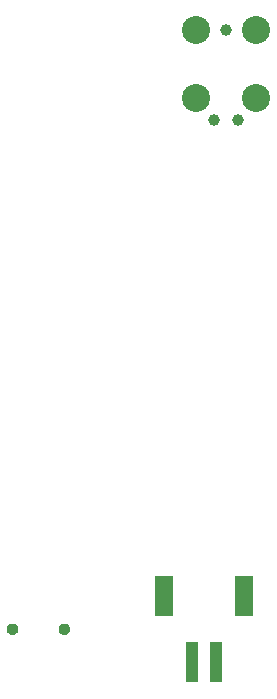
<source format=gbr>
%TF.GenerationSoftware,KiCad,Pcbnew,(5.99.0-10506-gb986797469)*%
%TF.CreationDate,2021-06-03T16:00:04+02:00*%
%TF.ProjectId,quadkey,71756164-6b65-4792-9e6b-696361645f70,rev?*%
%TF.SameCoordinates,Original*%
%TF.FileFunction,Soldermask,Bot*%
%TF.FilePolarity,Negative*%
%FSLAX46Y46*%
G04 Gerber Fmt 4.6, Leading zero omitted, Abs format (unit mm)*
G04 Created by KiCad (PCBNEW (5.99.0-10506-gb986797469)) date 2021-06-03 16:00:04*
%MOMM*%
%LPD*%
G01*
G04 APERTURE LIST*
%ADD10C,0.010000*%
%ADD11C,0.910000*%
%ADD12C,2.374900*%
%ADD13C,0.990600*%
%ADD14R,1.000000X3.500000*%
%ADD15R,1.500000X3.400000*%
G04 APERTURE END LIST*
D10*
%TO.C,con1*%
X96282900Y-113434600D02*
X96276100Y-113356500D01*
X96276100Y-113356500D02*
X96255800Y-113280700D01*
X96255800Y-113280700D02*
X96222600Y-113209600D01*
X96222600Y-113209600D02*
X96177600Y-113145300D01*
X96177600Y-113145300D02*
X96122200Y-113089900D01*
X96122200Y-113089900D02*
X96057900Y-113044900D01*
X96057900Y-113044900D02*
X95986800Y-113011700D01*
X95986800Y-113011700D02*
X95911000Y-112991400D01*
X95911000Y-112991400D02*
X95832900Y-112984600D01*
X95832900Y-112984600D02*
X95754800Y-112991400D01*
X95754800Y-112991400D02*
X95679000Y-113011700D01*
X95679000Y-113011700D02*
X95607900Y-113044900D01*
X95607900Y-113044900D02*
X95543600Y-113089900D01*
X95543600Y-113089900D02*
X95488200Y-113145300D01*
X95488200Y-113145300D02*
X95443200Y-113209600D01*
X95443200Y-113209600D02*
X95410000Y-113280700D01*
X95410000Y-113280700D02*
X95389700Y-113356500D01*
X95389700Y-113356500D02*
X95382900Y-113434600D01*
X95382900Y-113434600D02*
X95389700Y-113512700D01*
X95389700Y-113512700D02*
X95410000Y-113588500D01*
X95410000Y-113588500D02*
X95443200Y-113659600D01*
X95443200Y-113659600D02*
X95488200Y-113723900D01*
X95488200Y-113723900D02*
X95543600Y-113779300D01*
X95543600Y-113779300D02*
X95607900Y-113824300D01*
X95607900Y-113824300D02*
X95679000Y-113857500D01*
X95679000Y-113857500D02*
X95754800Y-113877800D01*
X95754800Y-113877800D02*
X95832900Y-113884600D01*
X95832900Y-113884600D02*
X95911000Y-113877800D01*
X95911000Y-113877800D02*
X95986800Y-113857500D01*
X95986800Y-113857500D02*
X96057900Y-113824300D01*
X96057900Y-113824300D02*
X96122200Y-113779300D01*
X96122200Y-113779300D02*
X96177600Y-113723900D01*
X96177600Y-113723900D02*
X96222600Y-113659600D01*
X96222600Y-113659600D02*
X96255800Y-113588500D01*
X96255800Y-113588500D02*
X96276100Y-113512700D01*
X96276100Y-113512700D02*
X96282900Y-113434600D01*
G36*
X95911000Y-112991400D02*
G01*
X95986800Y-113011700D01*
X96057900Y-113044900D01*
X96122200Y-113089900D01*
X96177600Y-113145300D01*
X96222600Y-113209600D01*
X96255800Y-113280700D01*
X96276100Y-113356500D01*
X96282900Y-113434600D01*
X96276100Y-113512700D01*
X96255800Y-113588500D01*
X96222600Y-113659600D01*
X96177600Y-113723900D01*
X96122200Y-113779300D01*
X96057900Y-113824300D01*
X95986800Y-113857500D01*
X95911000Y-113877800D01*
X95832900Y-113884600D01*
X95754800Y-113877800D01*
X95679000Y-113857500D01*
X95607900Y-113824300D01*
X95543600Y-113779300D01*
X95488200Y-113723900D01*
X95443200Y-113659600D01*
X95410000Y-113588500D01*
X95389700Y-113512700D01*
X95382900Y-113434600D01*
X95389700Y-113356500D01*
X95410000Y-113280700D01*
X95443200Y-113209600D01*
X95488200Y-113145300D01*
X95543600Y-113089900D01*
X95607900Y-113044900D01*
X95679000Y-113011700D01*
X95754800Y-112991400D01*
X95832900Y-112984600D01*
X95911000Y-112991400D01*
G37*
X95911000Y-112991400D02*
X95986800Y-113011700D01*
X96057900Y-113044900D01*
X96122200Y-113089900D01*
X96177600Y-113145300D01*
X96222600Y-113209600D01*
X96255800Y-113280700D01*
X96276100Y-113356500D01*
X96282900Y-113434600D01*
X96276100Y-113512700D01*
X96255800Y-113588500D01*
X96222600Y-113659600D01*
X96177600Y-113723900D01*
X96122200Y-113779300D01*
X96057900Y-113824300D01*
X95986800Y-113857500D01*
X95911000Y-113877800D01*
X95832900Y-113884600D01*
X95754800Y-113877800D01*
X95679000Y-113857500D01*
X95607900Y-113824300D01*
X95543600Y-113779300D01*
X95488200Y-113723900D01*
X95443200Y-113659600D01*
X95410000Y-113588500D01*
X95389700Y-113512700D01*
X95382900Y-113434600D01*
X95389700Y-113356500D01*
X95410000Y-113280700D01*
X95443200Y-113209600D01*
X95488200Y-113145300D01*
X95543600Y-113089900D01*
X95607900Y-113044900D01*
X95679000Y-113011700D01*
X95754800Y-112991400D01*
X95832900Y-112984600D01*
X95911000Y-112991400D01*
X100677100Y-113434600D02*
X100670300Y-113356500D01*
X100670300Y-113356500D02*
X100650000Y-113280700D01*
X100650000Y-113280700D02*
X100616800Y-113209600D01*
X100616800Y-113209600D02*
X100571800Y-113145300D01*
X100571800Y-113145300D02*
X100516400Y-113089900D01*
X100516400Y-113089900D02*
X100452100Y-113044900D01*
X100452100Y-113044900D02*
X100381000Y-113011700D01*
X100381000Y-113011700D02*
X100305200Y-112991400D01*
X100305200Y-112991400D02*
X100227100Y-112984600D01*
X100227100Y-112984600D02*
X100149000Y-112991400D01*
X100149000Y-112991400D02*
X100073200Y-113011700D01*
X100073200Y-113011700D02*
X100002100Y-113044900D01*
X100002100Y-113044900D02*
X99937800Y-113089900D01*
X99937800Y-113089900D02*
X99882400Y-113145300D01*
X99882400Y-113145300D02*
X99837400Y-113209600D01*
X99837400Y-113209600D02*
X99804200Y-113280700D01*
X99804200Y-113280700D02*
X99783900Y-113356500D01*
X99783900Y-113356500D02*
X99777100Y-113434600D01*
X99777100Y-113434600D02*
X99783900Y-113512700D01*
X99783900Y-113512700D02*
X99804200Y-113588500D01*
X99804200Y-113588500D02*
X99837400Y-113659600D01*
X99837400Y-113659600D02*
X99882400Y-113723900D01*
X99882400Y-113723900D02*
X99937800Y-113779300D01*
X99937800Y-113779300D02*
X100002100Y-113824300D01*
X100002100Y-113824300D02*
X100073200Y-113857500D01*
X100073200Y-113857500D02*
X100149000Y-113877800D01*
X100149000Y-113877800D02*
X100227100Y-113884600D01*
X100227100Y-113884600D02*
X100305200Y-113877800D01*
X100305200Y-113877800D02*
X100381000Y-113857500D01*
X100381000Y-113857500D02*
X100452100Y-113824300D01*
X100452100Y-113824300D02*
X100516400Y-113779300D01*
X100516400Y-113779300D02*
X100571800Y-113723900D01*
X100571800Y-113723900D02*
X100616800Y-113659600D01*
X100616800Y-113659600D02*
X100650000Y-113588500D01*
X100650000Y-113588500D02*
X100670300Y-113512700D01*
X100670300Y-113512700D02*
X100677100Y-113434600D01*
G36*
X100305200Y-112991400D02*
G01*
X100381000Y-113011700D01*
X100452100Y-113044900D01*
X100516400Y-113089900D01*
X100571800Y-113145300D01*
X100616800Y-113209600D01*
X100650000Y-113280700D01*
X100670300Y-113356500D01*
X100677100Y-113434600D01*
X100670300Y-113512700D01*
X100650000Y-113588500D01*
X100616800Y-113659600D01*
X100571800Y-113723900D01*
X100516400Y-113779300D01*
X100452100Y-113824300D01*
X100381000Y-113857500D01*
X100305200Y-113877800D01*
X100227100Y-113884600D01*
X100149000Y-113877800D01*
X100073200Y-113857500D01*
X100002100Y-113824300D01*
X99937800Y-113779300D01*
X99882400Y-113723900D01*
X99837400Y-113659600D01*
X99804200Y-113588500D01*
X99783900Y-113512700D01*
X99777100Y-113434600D01*
X99783900Y-113356500D01*
X99804200Y-113280700D01*
X99837400Y-113209600D01*
X99882400Y-113145300D01*
X99937800Y-113089900D01*
X100002100Y-113044900D01*
X100073200Y-113011700D01*
X100149000Y-112991400D01*
X100227100Y-112984600D01*
X100305200Y-112991400D01*
G37*
X100305200Y-112991400D02*
X100381000Y-113011700D01*
X100452100Y-113044900D01*
X100516400Y-113089900D01*
X100571800Y-113145300D01*
X100616800Y-113209600D01*
X100650000Y-113280700D01*
X100670300Y-113356500D01*
X100677100Y-113434600D01*
X100670300Y-113512700D01*
X100650000Y-113588500D01*
X100616800Y-113659600D01*
X100571800Y-113723900D01*
X100516400Y-113779300D01*
X100452100Y-113824300D01*
X100381000Y-113857500D01*
X100305200Y-113877800D01*
X100227100Y-113884600D01*
X100149000Y-113877800D01*
X100073200Y-113857500D01*
X100002100Y-113824300D01*
X99937800Y-113779300D01*
X99882400Y-113723900D01*
X99837400Y-113659600D01*
X99804200Y-113588500D01*
X99783900Y-113512700D01*
X99777100Y-113434600D01*
X99783900Y-113356500D01*
X99804200Y-113280700D01*
X99837400Y-113209600D01*
X99882400Y-113145300D01*
X99937800Y-113089900D01*
X100002100Y-113044900D01*
X100073200Y-113011700D01*
X100149000Y-112991400D01*
X100227100Y-112984600D01*
X100305200Y-112991400D01*
%TD*%
D11*
%TO.C,con1*%
X100227100Y-113434600D03*
X95832900Y-113434600D03*
%TD*%
D12*
%TO.C,CON1*%
X111450000Y-62730000D03*
D13*
X112974000Y-70350000D03*
D12*
X111450000Y-68445000D03*
D13*
X113990000Y-62730000D03*
X115006000Y-70350000D03*
D12*
X116530000Y-68445000D03*
X116530000Y-62730000D03*
%TD*%
D14*
%TO.C,BT1*%
X111090000Y-116210000D03*
X113090000Y-116210000D03*
D15*
X108740000Y-110660000D03*
X115440000Y-110660000D03*
%TD*%
M02*

</source>
